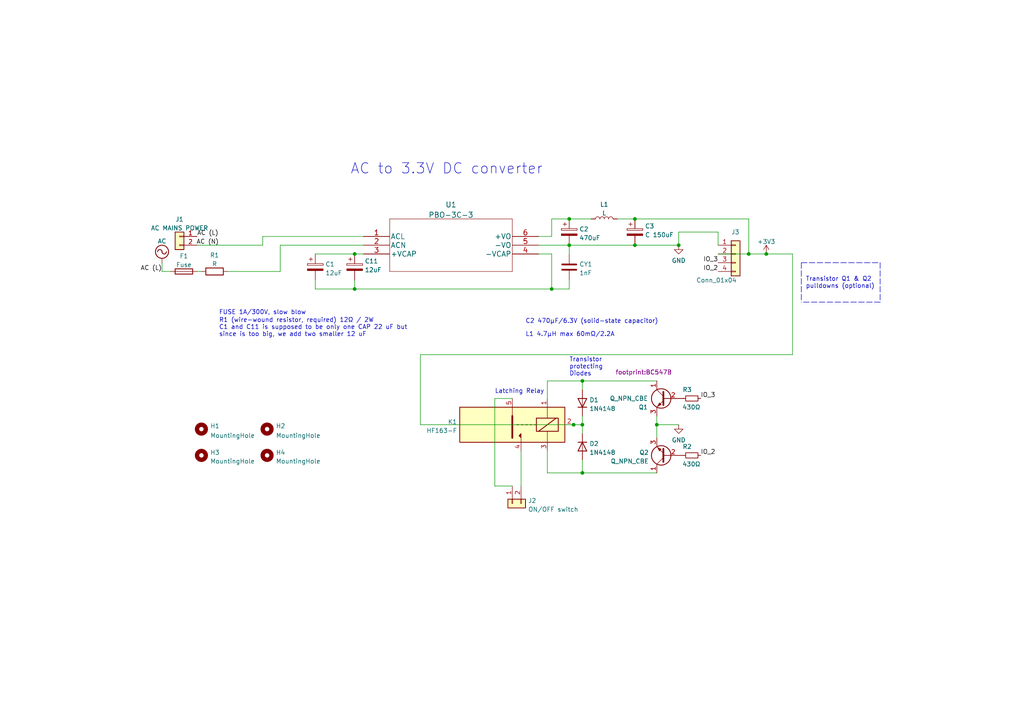
<source format=kicad_sch>
(kicad_sch (version 20211123) (generator eeschema)
  (paper "A4")
  (title_block (title "220 AC to 3.3 DC converter with Latch Relay") (date "2022-11-22") (rev "1.1") (comment 1 "without batteries directly to the AC plug") (comment 2 "This mini-PCB goal is to connect any ESP32 board"))
  (lib_symbols
    (symbol "Connector_Generic:Conn_01x02" (pin_names (offset 1.016) hide)
      (property "Reference" "J" (at 0 2.54 0))
      (property "Value" "Conn_01x02" (at 0 -5.08 0))
      (symbol "Conn_01x02_1_1"
        (rectangle (start -1.27 -2.413) (end 0 -2.667) (stroke (width 0.1524)))
        (rectangle (start -1.27 0.127) (end 0 -0.127) (stroke (width 0.1524)))
        (rectangle (start -1.27 1.27) (end 1.27 -3.81) (stroke (width 0.254)) (fill (type background)))
        (pin passive line (at -5.08 0 0) (length 3.81) (name "Pin_1") (number "1"))
        (pin passive line (at -5.08 -2.54 0) (length 3.81) (name "Pin_2") (number "2"))
      )
    )
    (symbol "Connector_Generic:Conn_01x04" (pin_names (offset 1.016) hide)
      (property "Reference" "J" (at 0 5.08 0))
      (property "Value" "Conn_01x04" (at 0 -7.62 0))
      (symbol "Conn_01x04_1_1"
        (rectangle (start -1.27 -4.953) (end 0 -5.207) (stroke (width 0.1524)))
        (rectangle (start -1.27 -2.413) (end 0 -2.667) (stroke (width 0.1524)))
        (rectangle (start -1.27 0.127) (end 0 -0.127) (stroke (width 0.1524)))
        (rectangle (start -1.27 2.667) (end 0 2.413) (stroke (width 0.1524)))
        (rectangle (start -1.27 3.81) (end 1.27 -6.35) (stroke (width 0.254)) (fill (type background)))
        (pin passive line (at -5.08 2.54 0) (length 3.81) (name "Pin_1") (number "1"))
        (pin passive line (at -5.08 0 0) (length 3.81) (name "Pin_2") (number "2"))
        (pin passive line (at -5.08 -2.54 0) (length 3.81) (name "Pin_3") (number "3"))
        (pin passive line (at -5.08 -5.08 0) (length 3.81) (name "Pin_4") (number "4"))
      )
    )
    (symbol "Device:C" (pin_numbers hide) (pin_names (offset 0.254))
      (property "Reference" "C" (at 0.635 2.54 0))
      (property "Value" "C" (at 0.635 -2.54 0))
      (symbol "C_0_1"
        (polyline (pts (xy -2.032 -0.762) (xy 2.032 -0.762)) (stroke (width 0.508)))
        (polyline (pts (xy -2.032 0.762) (xy 2.032 0.762)) (stroke (width 0.508)))
      )
      (symbol "C_1_1"
        (pin passive line (at 0 3.81 270) (length 2.794) (name "~") (number "1"))
        (pin passive line (at 0 -3.81 90) (length 2.794) (name "~") (number "2"))
      )
    )
    (symbol "Device:C_Polarized" (pin_numbers hide) (pin_names (offset 0.254))
      (property "Reference" "C" (at 0.635 2.54 0))
      (property "Value" "C_Polarized" (at 0.635 -2.54 0))
      (symbol "C_Polarized_0_1"
        (rectangle (start -2.286 0.508) (end 2.286 1.016))
        (polyline (pts (xy -1.778 2.286) (xy -0.762 2.286)))
        (polyline (pts (xy -1.27 2.794) (xy -1.27 1.778)))
        (rectangle (start 2.286 -0.508) (end -2.286 -1.016) (fill (type outline)))
      )
      (symbol "C_Polarized_1_1"
        (pin passive line (at 0 3.81 270) (length 2.794) (name "~") (number "1"))
        (pin passive line (at 0 -3.81 90) (length 2.794) (name "~") (number "2"))
      )
    )
    (symbol "Device:Fuse" (pin_numbers hide) (pin_names (offset 0))
      (property "Reference" "F" (at 2.032 0 90))
      (property "Value" "Fuse" (at -1.905 0 90))
      (symbol "Fuse_0_1"
        (rectangle (start -0.762 -2.54) (end 0.762 2.54) (stroke (width 0.254)))
        (polyline (pts (xy 0 2.54) (xy 0 -2.54)))
      )
      (symbol "Fuse_1_1"
        (pin passive line (at 0 3.81 270) (length 1.27) (name "~") (number "1"))
        (pin passive line (at 0 -3.81 90) (length 1.27) (name "~") (number "2"))
      )
    )
    (symbol "Device:L" (pin_numbers hide) (pin_names (offset 1.016) hide)
      (property "Reference" "L" (at -1.27 0 90))
      (property "Value" "L" (at 1.905 0 90))
      (symbol "L_0_1"
        (arc (start 0 -2.54) (mid 0.635 -1.905) (end 0 -1.27))
        (arc (start 0 -1.27) (mid 0.635 -0.635) (end 0 0))
        (arc (start 0 0) (mid 0.635 0.635) (end 0 1.27))
        (arc (start 0 1.27) (mid 0.635 1.905) (end 0 2.54))
      )
      (symbol "L_1_1"
        (pin passive line (at 0 3.81 270) (length 1.27) (name "1") (number "1"))
        (pin passive line (at 0 -3.81 90) (length 1.27) (name "2") (number "2"))
      )
    )
    (symbol "Device:Q_NPN_CBE" (pin_names (offset 0) hide)
      (property "Reference" "Q" (at 5.08 1.27 0))
      (property "Value" "Q_NPN_CBE" (at 5.08 -1.27 0))
      (symbol "Q_NPN_CBE_0_1"
        (polyline (pts (xy 0.635 0.635) (xy 2.54 2.54)))
        (polyline (pts (xy 0.635 -0.635) (xy 2.54 -2.54) (xy 2.54 -2.54)))
        (polyline (pts (xy 0.635 1.905) (xy 0.635 -1.905) (xy 0.635 -1.905)) (stroke (width 0.508)))
        (polyline (pts (xy 1.27 -1.778) (xy 1.778 -1.27) (xy 2.286 -2.286) (xy 1.27 -1.778) (xy 1.27 -1.778)) (fill (type outline)))
        (circle (center 1.27 0) (radius 2.8194) (stroke (width 0.254)))
      )
      (symbol "Q_NPN_CBE_1_1"
        (pin passive line (at 2.54 5.08 270) (length 2.54) (name "C") (number "1"))
        (pin input line (at -5.08 0 0) (length 5.715) (name "B") (number "2"))
        (pin passive line (at 2.54 -5.08 90) (length 2.54) (name "E") (number "3"))
      )
    )
    (symbol "Device:R" (pin_numbers hide) (pin_names (offset 0))
      (property "Reference" "R" (at 2.032 0 90))
      (property "Value" "R" (at 0 0 90))
      (symbol "R_0_1"
        (rectangle (start -1.016 -2.54) (end 1.016 2.54) (stroke (width 0.254)))
      )
      (symbol "R_1_1"
        (pin passive line (at 0 3.81 270) (length 1.27) (name "~") (number "1"))
        (pin passive line (at 0 -3.81 90) (length 1.27) (name "~") (number "2"))
      )
    )
    (symbol "Device:R_Small" (pin_numbers hide) (pin_names (offset 0.254) hide)
      (property "Reference" "R" (at 0.762 0.508 0))
      (property "Value" "R_Small" (at 0.762 -1.016 0))
      (symbol "R_Small_0_1"
        (rectangle (start -0.762 1.778) (end 0.762 -1.778) (stroke (width 0.2032)))
      )
      (symbol "R_Small_1_1"
        (pin passive line (at 0 2.54 270) (length 0.762) (name "~") (number "1"))
        (pin passive line (at 0 -2.54 90) (length 0.762) (name "~") (number "2"))
      )
    )
    (symbol "Diode:1N4148" (pin_numbers hide) (pin_names hide)
      (property "Reference" "D" (at 0 2.54 0))
      (property "Value" "1N4148" (at 0 -2.54 0))
      (symbol "1N4148_0_1"
        (polyline (pts (xy -1.27 1.27) (xy -1.27 -1.27)) (stroke (width 0.254)))
        (polyline (pts (xy 1.27 0) (xy -1.27 0)))
        (polyline (pts (xy 1.27 1.27) (xy 1.27 -1.27) (xy -1.27 0) (xy 1.27 1.27)) (stroke (width 0.254)))
      )
      (symbol "1N4148_1_1"
        (pin passive line (at -3.81 0 0) (length 2.54) (name "K") (number "1"))
        (pin passive line (at 3.81 0 180) (length 2.54) (name "A") (number "2"))
      )
    )
    (symbol "Latch-relay:HF163-F"
      (property "Reference" "K" (at 16.51 0 0))
      (property "Value" "HF163-F" (at 0 -15.24 0))
      (symbol "HF163-F_0_0"
        (polyline (pts (xy -7.62 1.905) (xy -12.7 -1.905)) (stroke (width 0.254)))
      )
      (symbol "HF163-F_0_1"
        (rectangle (start -15.24 0) (end -13.335 0))
        (rectangle (start -15.24 5.08) (end 15.24 -5.08) (stroke (width 0.254)) (fill (type background)))
        (rectangle (start -13.335 1.905) (end -6.985 -1.905) (stroke (width 0.254)))
        (polyline (pts (xy -10.16 -5.08) (xy -10.16 -1.905)))
        (polyline (pts (xy -10.16 5.08) (xy -10.16 1.905)))
        (polyline (pts (xy -6.985 0) (xy -6.35 0)) (stroke (width 0.254)))
        (polyline (pts (xy -5.715 0) (xy -5.08 0)) (stroke (width 0.254)))
        (polyline (pts (xy -4.445 0) (xy -3.81 0)) (stroke (width 0.254)))
        (polyline (pts (xy -3.175 0) (xy -2.54 0)) (stroke (width 0.254)))
        (polyline (pts (xy -1.905 0) (xy -1.27 0)) (stroke (width 0.254)))
        (polyline (pts (xy 0 -2.54) (xy 0 -5.08)))
        (polyline (pts (xy 0 -2.54) (xy 0 3.81)) (stroke (width 0.508)))
        (polyline (pts (xy -2.54 5.08) (xy -2.54 2.54) (xy -1.905 3.175) (xy -2.54 3.81)) (fill (type outline)))
      )
      (symbol "HF163-F_1_1"
        (pin passive line (at -10.16 -7.62 90) (length 2.54) (name "~") (number "1"))
        (pin passive line (at -17.78 0 0) (length 2.54) (name "~") (number "2"))
        (pin passive line (at -10.16 7.62 270) (length 2.54) (name "~") (number "3"))
        (pin passive line (at -2.54 7.62 270) (length 2.54) (name "~") (number "4"))
        (pin passive line (at 0 -7.62 90) (length 2.54) (name "~") (number "5"))
      )
    )
    (symbol "Mechanical:MountingHole" (pin_names (offset 1.016))
      (property "Reference" "H" (at 0 5.08 0))
      (property "Value" "MountingHole" (at 0 3.175 0))
      (symbol "MountingHole_0_1"
        (circle (center 0 0) (radius 1.27) (stroke (width 1.27)))
      )
    )
    (symbol "PBO:PBO-3C-5" (pin_names (offset 0.254))
      (property "Reference" "U" (at 25.4 10.16 0))
      (property "Value" "PBO-3C-5" (at 25.4 7.62 0))
      (symbol "PBO-3C-5_1_1"
        (polyline (pts (xy 7.62 -10.16) (xy 43.18 -10.16)) (stroke (width 0.127)))
        (polyline (pts (xy 7.62 5.08) (xy 7.62 -10.16)) (stroke (width 0.127)))
        (polyline (pts (xy 43.18 -10.16) (xy 43.18 5.08)) (stroke (width 0.127)))
        (polyline (pts (xy 43.18 5.08) (xy 7.62 5.08)) (stroke (width 0.127)))
        (pin unspecified line (at 0 0 0) (length 7.62) (name "ACL") (number "1"))
        (pin unspecified line (at 0 -2.54 0) (length 7.62) (name "ACN") (number "2"))
        (pin power_in line (at 0 -5.08 0) (length 7.62) (name "+VCAP") (number "3"))
        (pin power_in line (at 50.8 -5.08 180) (length 7.62) (name "-VCAP") (number "4"))
        (pin power_in line (at 50.8 -2.54 180) (length 7.62) (name "-VO") (number "5"))
        (pin power_in line (at 50.8 0 180) (length 7.62) (name "+VO") (number "6"))
      )
    )
    (symbol "power:+3V3" (power) (pin_names (offset 0))
      (property "Value" "+3V3" (at 0 3.556 0))
      (symbol "+3V3_0_1"
        (polyline (pts (xy -0.762 1.27) (xy 0 2.54)))
        (polyline (pts (xy 0 0) (xy 0 2.54)))
        (polyline (pts (xy 0 2.54) (xy 0.762 1.27)))
      )
      (symbol "+3V3_1_1"
        (pin power_in line (at 0 0 90) (length 0) hide (name "+3V3") (number "1"))
      )
    )
    (symbol "power:AC" (power) (pin_names (offset 0))
      (property "Value" "AC" (at 0 6.35 0))
      (symbol "AC_0_1"
        (polyline (pts (xy 0 0) (xy 0 1.27)))
        (arc (start 0 3.175) (mid -0.635 3.81) (end -1.27 3.175) (stroke (width 0.254)))
        (arc (start 0 3.175) (mid 0.635 2.54) (end 1.27 3.175) (stroke (width 0.254)))
        (circle (center 0 3.175) (radius 1.905) (stroke (width 0.254)))
      )
      (symbol "AC_1_1"
        (pin power_in line (at 0 0 90) (length 0) hide (name "AC") (number "1"))
      )
    )
    (symbol "power:GND" (power) (pin_names (offset 0))
      (property "Value" "GND" (at 0 -3.81 0))
      (symbol "GND_0_1"
        (polyline (pts (xy 0 0) (xy 0 -1.27) (xy 1.27 -1.27) (xy 0 -2.54) (xy -1.27 -1.27) (xy 0 -1.27)))
      )
      (symbol "GND_1_1"
        (pin power_in line (at 0 0 270) (length 0) hide (name "GND") (number "1"))
      )
    )
  )
  (junction (at 168.91 137.16))
  (junction (at 160.02 83.82))
  (junction (at 222.25 73.66))
  (junction (at 217.17 73.66))
  (junction (at 168.91 110.49))
  (junction (at 166.37 123.19))
  (junction (at 165.1 63.5))
  (junction (at 184.15 71.12))
  (junction (at 165.1 71.12))
  (junction (at 196.85 71.12))
  (junction (at 102.87 73.66))
  (junction (at 184.15 63.5))
  (junction (at 168.91 123.19))
  (junction (at 190.5 123.19))
  (junction (at 102.87 83.82))
  (wire (pts (xy 184.15 63.5) (xy 217.17 63.5)))
  (wire (pts (xy 166.37 123.19) (xy 121.92 123.19)))
  (wire (pts (xy 190.5 137.16) (xy 168.91 137.16)))
  (wire (pts (xy 229.87 102.87) (xy 121.92 102.87)))
  (wire (pts (xy 208.28 73.66) (xy 217.17 73.66)))
  (wire (pts (xy 143.51 140.97) (xy 148.59 140.97)))
  (wire (pts (xy 168.91 110.49) (xy 168.91 113.03)))
  (wire (pts (xy 121.92 102.87) (xy 121.92 123.19)))
  (wire (pts (xy 196.85 67.31) (xy 208.28 67.31)))
  (wire (pts (xy 151.13 130.81) (xy 151.13 140.97)))
  (wire (pts (xy 158.75 110.49) (xy 158.75 115.57)))
  (wire (pts (xy 184.15 71.12) (xy 196.85 71.12)))
  (wire (pts (xy 81.28 71.12) (xy 105.41 71.12)))
  (polyline (pts (xy 255.27 87.63) (xy 232.41 87.63)))
  (wire (pts (xy 160.02 68.58) (xy 160.02 63.5)))
  (wire (pts (xy 165.1 83.82) (xy 165.1 81.28)))
  (wire (pts (xy 46.99 76.2) (xy 46.99 78.74)))
  (wire (pts (xy 143.51 115.57) (xy 143.51 140.97)))
  (wire (pts (xy 76.2 71.12) (xy 76.2 68.58)))
  (wire (pts (xy 156.21 68.58) (xy 160.02 68.58)))
  (wire (pts (xy 91.44 83.82) (xy 91.44 81.28)))
  (wire (pts (xy 66.04 78.74) (xy 81.28 78.74)))
  (wire (pts (xy 165.1 71.12) (xy 156.21 71.12)))
  (polyline (pts (xy 232.41 76.2) (xy 255.27 76.2)))
  (wire (pts (xy 156.21 73.66) (xy 160.02 73.66)))
  (wire (pts (xy 168.91 137.16) (xy 158.75 137.16)))
  (wire (pts (xy 57.15 71.12) (xy 76.2 71.12)))
  (wire (pts (xy 165.1 73.66) (xy 165.1 71.12)))
  (polyline (pts (xy 255.27 76.2) (xy 255.27 87.63)))
  (wire (pts (xy 160.02 73.66) (xy 160.02 83.82)))
  (wire (pts (xy 190.5 120.65) (xy 190.5 123.19)))
  (wire (pts (xy 229.87 73.66) (xy 229.87 102.87)))
  (wire (pts (xy 190.5 123.19) (xy 196.85 123.19)))
  (wire (pts (xy 102.87 83.82) (xy 102.87 81.28)))
  (wire (pts (xy 160.02 63.5) (xy 165.1 63.5)))
  (wire (pts (xy 81.28 78.74) (xy 81.28 71.12)))
  (wire (pts (xy 168.91 123.19) (xy 168.91 120.65)))
  (wire (pts (xy 102.87 83.82) (xy 91.44 83.82)))
  (wire (pts (xy 46.99 78.74) (xy 49.53 78.74)))
  (wire (pts (xy 222.25 73.66) (xy 229.87 73.66)))
  (wire (pts (xy 57.15 78.74) (xy 58.42 78.74)))
  (wire (pts (xy 168.91 133.35) (xy 168.91 137.16)))
  (wire (pts (xy 158.75 130.81) (xy 158.75 137.16)))
  (wire (pts (xy 160.02 83.82) (xy 102.87 83.82)))
  (wire (pts (xy 166.37 123.19) (xy 168.91 123.19)))
  (wire (pts (xy 217.17 73.66) (xy 217.17 63.5)))
  (wire (pts (xy 91.44 73.66) (xy 102.87 73.66)))
  (wire (pts (xy 217.17 73.66) (xy 222.25 73.66)))
  (wire (pts (xy 165.1 63.5) (xy 171.45 63.5)))
  (wire (pts (xy 102.87 73.66) (xy 105.41 73.66)))
  (wire (pts (xy 196.85 71.12) (xy 196.85 67.31)))
  (wire (pts (xy 160.02 83.82) (xy 165.1 83.82)))
  (polyline (pts (xy 232.41 76.2) (xy 232.41 87.63)))
  (wire (pts (xy 76.2 68.58) (xy 105.41 68.58)))
  (wire (pts (xy 168.91 123.19) (xy 168.91 125.73)))
  (wire (pts (xy 148.59 115.57) (xy 143.51 115.57)))
  (wire (pts (xy 190.5 123.19) (xy 190.5 127)))
  (wire (pts (xy 190.5 110.49) (xy 168.91 110.49)))
  (wire (pts (xy 179.07 63.5) (xy 184.15 63.5)))
  (wire (pts (xy 208.28 67.31) (xy 208.28 71.12)))
  (wire (pts (xy 165.1 71.12) (xy 184.15 71.12)))
  (wire (pts (xy 168.91 110.49) (xy 158.75 110.49)))
  (text "Transistor\nprotecting\nDiodes" (at 165.1 109.22 0) (effects (font (size 1.27 1.27)) (justify left bottom)))
  (text "L1 4.7μH max 60mΩ/2.2A" (at 152.4 97.79 0) (effects (font (size 1.27 1.27)) (justify left bottom)))
  (text "FUSE 1A/300V, slow blow" (at 63.5 91.44 0) (effects (font (size 1.27 1.27)) (justify left bottom)))
  (text "C2 470μF/6.3V (solid-state capacitor)" (at 152.4 93.98 0) (effects (font (size 1.27 1.27)) (justify left bottom)))
  (text "R1 (wire-wound resistor, required) 12Ω / 2W\nC1 and C11 is supposed to be only one CAP 22 uF but\nsince is too big, we add two smaller 12 uF" (at 63.5 97.79 0) (effects (font (size 1.27 1.27)) (justify left bottom)))
  (text "Latching Relay" (at 143.51 114.3 0) (effects (font (size 1.27 1.27)) (justify left bottom)))
  (text "AC to 3.3V DC converter" (at 101.6 50.8 0) (effects (font (size 3 3)) (justify left bottom)))
  (text "Transistor Q1 & Q2\npulldowns (optional)" (at 233.68 83.82 0) (effects (font (size 1.27 1.27)) (justify left bottom)))
  (label "IO_3" (at 203.2 115.57 0))
  (label "AC (N)" (at 63.5 71.12 180))
  (label "AC (L)" (at 57.15 68.58 0))
  (label "IO_2" (at 203.2 132.08 0))
  (label "IO_3" (at 208.28 76.2 180))
  (label "IO_2" (at 208.28 78.74 180))
  (label "AC (L)" (at 46.99 78.74 180))
  (symbol (lib_id "Device:C_Polarized") (at 165.1 67.31 0) (unit 1)
    (property "Reference" "C2" (at 168.021 66.4753 0) (effects (justify left)))
    (property "Value" "470uF" (at 168.021 69.0122 0) (effects (justify left)))
    (property "Footprint" "Capacitor_THT:CP_Radial_D10.0mm_P5.00mm" (effects hide))
    (property "Datasheet" "https://jlcpcb.com/partdetail/107704-SPZ1CM471G10O00RAXXX/C106488" (effects hide))
    (property "LCSC" "C106488" (effects hide))
  )
  (symbol (lib_id "power:GND") (at 196.85 123.19 0) (unit 1)
    (property "Reference" "#PWR02" (effects hide))
    (property "Value" "GND" (at 196.85 127.6334 0))
  )
  (symbol (lib_id "Device:L") (at 175.26 63.5 90) (unit 1)
    (property "Reference" "L1" (at 175.26 59.2922 90))
    (property "Value" "L" (at 175.26 61.8291 90))
    (property "Footprint" "footprint:IND_BRL3225T4R7M" (effects hide))
    (property "Datasheet" "https://www.lcsc.com/product-detail/Inductors-SMD_Taiyo-Yuden-BRL3225T4R7M_C454090.html" (effects hide))
    (property "LCSC" "C454090" (effects hide))
  )
  (symbol (lib_id "Device:C_Polarized") (at 91.44 77.47 0) (unit 1) (on_board no)
    (property "Reference" "C1" (at 94.361 76.6353 0) (effects (justify left)))
    (property "Value" "12uF" (at 94.361 79.1722 0) (effects (justify left)))
    (property "Footprint" "Capacitor_SMD:CP_Elec_10x14.3" (effects hide))
    (property "Datasheet" "https://jlcpcb.com/partdetail/Ymin-VKME1452G120MV/C487569" (effects hide))
    (property "LCSC" "C487569" (effects hide))
  )
  (symbol (lib_id "Device:R") (at 62.23 78.74 90) (unit 1)
    (property "Reference" "R1" (at 62.23 74.0242 90))
    (property "Value" "R" (at 62.23 76.5611 90))
    (property "Footprint" "footprint:SMW212RJT" (effects hide))
    (property "Datasheet" "https://jlcpcb.com/partdetail/TeConnectivity-SMW212RJT/C2073396" (effects hide))
    (property "LCSC" "C2073396" (effects hide))
  )
  (symbol (lib_id "Connector_Generic:Conn_01x04") (at 213.36 73.66 0) (unit 1)
    (property "Reference" "J3" (at 212.09 67.31 0) (effects (justify left)))
    (property "Value" "Conn_01x04" (at 201.93 81.28 0) (effects (justify left)))
    (property "Footprint" "Connector_PinSocket_2.54mm:PinSocket_1x04_P2.54mm_Vertical" (effects hide))
  )
  (symbol (lib_id "Connector_Generic:Conn_01x02") (at 52.07 68.58 0) (mirror y) (unit 1)
    (property "Reference" "J1" (at 52.07 63.6102 0))
    (property "Value" "AC MAINS POWER" (at 52.07 66.1471 0))
    (property "Footprint" "footprint:Conn_C8269" (effects hide))
    (property "LCSC" "C8269" (effects hide))
  )
  (symbol (lib_id "Device:Q_NPN_CBE") (at 193.04 132.08 180) (unit 1)
    (property "Reference" "Q2" (at 188.1887 131.2453 0) (effects (justify left)))
    (property "Value" "Q_NPN_CBE" (at 188.1887 133.7822 0) (effects (justify left)))
    (property "Footprint" "footprint:BC547B" (effects hide))
    (property "Datasheet" "https://jlcpcb.com/partdetail/Lge-BC547B/C713613" (effects hide))
  )
  (symbol (lib_id "power:AC") (at 46.99 76.2 0) (unit 1)
    (property "Reference" "#PWR01" (effects hide))
    (property "Value" "AC" (at 46.99 69.9572 0))
  )
  (symbol (lib_id "Diode:1N4148") (at 168.91 116.84 90) (unit 1)
    (property "Reference" "D1" (at 170.942 116.0053 90) (effects (justify right)))
    (property "Value" "1N4148" (at 170.942 118.5422 90) (effects (justify right)))
    (property "Footprint" "Diode_SMD:D_SOD-323" (effects hide))
    (property "Datasheet" "https://assets.nexperia.com/documents/data-sheet/1N4148_1N4448.pdf" (effects hide))
    (property "LCSC" "C2128" (effects hide))
  )
  (symbol (lib_id "Device:C_Polarized") (at 102.87 77.47 0) (unit 1)
    (property "Reference" "C11" (at 105.791 75.7463 0) (effects (justify left)))
    (property "Value" "12uF" (at 105.791 78.2832 0) (effects (justify left)))
    (property "Footprint" "Capacitor_SMD:CP_Elec_10x14.3" (effects hide))
    (property "Datasheet" "https://jlcpcb.com/partdetail/Ymin-VKME1452G120MV/C487569" (effects hide))
    (property "LCSC" "C487569" (effects hide))
  )
  (symbol (lib_id "power:GND") (at 196.85 71.12 0) (unit 1)
    (property "Reference" "#PWR03" (effects hide))
    (property "Value" "GND" (at 196.85 75.5634 0))
  )
  (symbol (lib_id "Device:Q_NPN_CBE") (at 193.04 115.57 0) (mirror y) (unit 1)
    (property "Reference" "Q1" (at 187.96 118.11 0) (effects (justify left)))
    (property "Value" "Q_NPN_CBE" (at 187.96 115.57 0) (effects (justify left)))
    (property "Footprint" "footprint:BC547B" (at 186.69 107.95 0))
    (property "Datasheet" "https://jlcpcb.com/partdetail/Lge-BC547B/C713613" (effects hide))
    (property "LCSC" "C713613" (effects hide))
  )
  (symbol (lib_id "Mechanical:MountingHole") (at 58.42 132.08 0) (unit 1) (on_board no)
    (property "Reference" "H3" (at 60.96 131.2453 0) (effects (justify left)))
    (property "Value" "MountingHole" (at 60.96 133.7822 0) (effects (justify left)))
    (property "Footprint" "footprint:MountingHole_2.2mm_M2" (effects hide))
  )
  (symbol (lib_id "Latch-relay:HF163-F") (at 148.59 123.19 180) (unit 1)
    (property "Reference" "K1" (at 132.588 122.3553 0) (effects (justify left)))
    (property "Value" "HF163-F" (at 132.588 124.8922 0) (effects (justify left)))
    (property "Footprint" "footprint:FH44L-1AT-L2-DC3V" (effects hide))
    (property "Datasheet" "https://www.lcsc.com/product-detail/_Zhejiang-Fanhar-_C498276.html" (effects hide))
    (property "LCSC" "C498276" (effects hide))
  )
  (symbol (lib_id "Device:Fuse") (at 53.34 78.74 90) (unit 1)
    (property "Reference" "F1" (at 53.34 74.2782 90))
    (property "Value" "Fuse" (at 53.34 76.8151 90))
    (property "Footprint" "footprint:0443001.DR" (effects hide))
    (property "Datasheet" "https://jlcpcb.com/partdetail/Littelfuse-0443001DR/C95352" (effects hide))
    (property "LCSC" "C95352" (effects hide))
  )
  (symbol (lib_id "PBO:PBO-3C-5") (at 105.41 68.58 0) (unit 1)
    (property "Reference" "U1" (at 130.81 59.3524 0) (effects (font (size 1.524 1.524))))
    (property "Value" "PBO-3C-3" (at 130.81 62.3458 0) (effects (font (size 1.524 1.524))))
    (property "Footprint" "footprint:PBO-3C-3" (effects hide))
    (property "Datasheet" "https://jlcpcb.com/partdetail/CuiInc-PBO_3C3/C5346210" (effects hide))
    (property "LCSC" "C5346210" (effects hide))
  )
  (symbol (lib_id "Connector_Generic:Conn_01x02") (at 148.59 146.05 90) (mirror x) (unit 1)
    (property "Reference" "J2" (at 153.162 145.2153 90) (effects (justify right)))
    (property "Value" "ON/OFF switch" (at 153.162 147.7522 90) (effects (justify right)))
    (property "Footprint" "footprint:Conn_C8269" (effects hide))
    (property "LCSC" "C8269" (effects hide))
  )
  (symbol (lib_id "Mechanical:MountingHole") (at 77.47 124.46 0) (unit 1) (on_board no)
    (property "Reference" "H2" (at 80.01 123.5515 0) (effects (justify left)))
    (property "Value" "MountingHole" (at 80.01 126.3266 0) (effects (justify left)))
    (property "Footprint" "footprint:MountingHole_2.2mm_M2" (effects hide))
  )
  (symbol (lib_id "Device:C_Polarized") (at 184.15 67.31 0) (unit 1)
    (property "Reference" "C3" (at 187.071 65.5863 0) (effects (justify left)))
    (property "Value" "C 150uF" (at 187.071 68.1232 0) (effects (justify left)))
    (property "Footprint" "Capacitor_SMD:CP_Elec_10x10" (effects hide))
    (property "Datasheet" "https://jlcpcb.com/partdetail/Roqang-RVT1H151M1010/C72490" (effects hide))
    (property "LCSC" "C72490" (effects hide))
  )
  (symbol (lib_id "power:+3V3") (at 222.25 73.66 0) (unit 1)
    (property "Reference" "#PWR04" (effects hide))
    (property "Value" "+3V3" (at 222.25 70.0842 0))
  )
  (symbol (lib_id "Mechanical:MountingHole") (at 77.47 132.08 0) (unit 1) (on_board no)
    (property "Reference" "H4" (at 80.01 131.2453 0) (effects (justify left)))
    (property "Value" "MountingHole" (at 80.01 133.7822 0) (effects (justify left)))
    (property "Footprint" "footprint:MountingHole_2.2mm_M2" (effects hide))
  )
  (symbol (lib_id "Mechanical:MountingHole") (at 58.42 124.46 0) (unit 1) (on_board no)
    (property "Reference" "H1" (at 60.96 123.5515 0) (effects (justify left)))
    (property "Value" "MountingHole" (at 60.96 126.3266 0) (effects (justify left)))
    (property "Footprint" "footprint:MountingHole_2.2mm_M2" (effects hide))
  )
  (symbol (lib_id "Device:C") (at 165.1 77.47 0) (unit 1)
    (property "Reference" "CY1" (at 168.021 76.6353 0) (effects (justify left)))
    (property "Value" "1nF" (at 168.021 79.1722 0) (effects (justify left)))
    (property "Footprint" "footprint:CC1808KKX7RCBB102" (effects hide))
    (property "Datasheet" "https://jlcpcb.com/partdetail/Yageo-CC1808KKX7RCBB102/C527384" (effects hide))
    (property "LCSC" "C527384" (effects hide))
  )
  (symbol (lib_id "Device:R_Small") (at 200.66 132.08 90) (unit 1)
    (property "Reference" "R2" (at 200.66 129.54 90) (effects (justify left)))
    (property "Value" "430Ω" (at 203.2 134.62 90) (effects (justify left)))
    (property "Footprint" "Resistor_SMD:R_0603_1608Metric" (effects hide))
    (property "Datasheet" "https://jlcpcb.com/partdetail/23897-0603WAF4300T5E/C23170" (effects hide))
    (property "LCSC" "C23170" (effects hide))
  )
  (symbol (lib_id "Device:R_Small") (at 200.66 115.57 90) (unit 1)
    (property "Reference" "R3" (at 200.66 113.03 90) (effects (justify left)))
    (property "Value" "430Ω" (at 203.2 118.11 90) (effects (justify left)))
    (property "Footprint" "Resistor_SMD:R_0603_1608Metric" (effects hide))
    (property "LCSC" "C23170" (effects hide))
  )
  (symbol (lib_id "Diode:1N4148") (at 168.91 129.54 270) (unit 1)
    (property "Reference" "D2" (at 170.942 128.7053 90) (effects (justify left)))
    (property "Value" "1N4148" (at 170.942 131.2422 90) (effects (justify left)))
    (property "Footprint" "Diode_SMD:D_SOD-323" (effects hide))
    (property "Datasheet" "https://assets.nexperia.com/documents/data-sheet/1N4148_1N4448.pdf" (effects hide))
    (property "LCSC" "C2128" (effects hide))
  )
)
</source>
